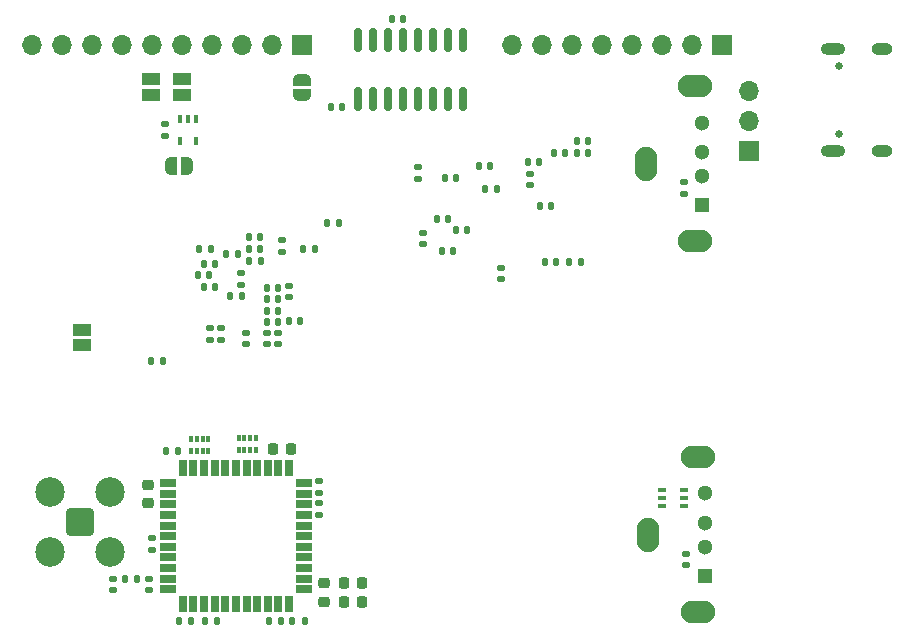
<source format=gbr>
%TF.GenerationSoftware,KiCad,Pcbnew,8.0.6*%
%TF.CreationDate,2024-12-25T08:51:45-08:00*%
%TF.ProjectId,hardware,68617264-7761-4726-952e-6b696361645f,rev?*%
%TF.SameCoordinates,Original*%
%TF.FileFunction,Soldermask,Bot*%
%TF.FilePolarity,Negative*%
%FSLAX46Y46*%
G04 Gerber Fmt 4.6, Leading zero omitted, Abs format (unit mm)*
G04 Created by KiCad (PCBNEW 8.0.6) date 2024-12-25 08:51:45*
%MOMM*%
%LPD*%
G01*
G04 APERTURE LIST*
G04 Aperture macros list*
%AMRoundRect*
0 Rectangle with rounded corners*
0 $1 Rounding radius*
0 $2 $3 $4 $5 $6 $7 $8 $9 X,Y pos of 4 corners*
0 Add a 4 corners polygon primitive as box body*
4,1,4,$2,$3,$4,$5,$6,$7,$8,$9,$2,$3,0*
0 Add four circle primitives for the rounded corners*
1,1,$1+$1,$2,$3*
1,1,$1+$1,$4,$5*
1,1,$1+$1,$6,$7*
1,1,$1+$1,$8,$9*
0 Add four rect primitives between the rounded corners*
20,1,$1+$1,$2,$3,$4,$5,0*
20,1,$1+$1,$4,$5,$6,$7,0*
20,1,$1+$1,$6,$7,$8,$9,0*
20,1,$1+$1,$8,$9,$2,$3,0*%
%AMFreePoly0*
4,1,19,0.500000,-0.750000,0.000000,-0.750000,0.000000,-0.744911,-0.071157,-0.744911,-0.207708,-0.704816,-0.327430,-0.627875,-0.420627,-0.520320,-0.479746,-0.390866,-0.500000,-0.250000,-0.500000,0.250000,-0.479746,0.390866,-0.420627,0.520320,-0.327430,0.627875,-0.207708,0.704816,-0.071157,0.744911,0.000000,0.744911,0.000000,0.750000,0.500000,0.750000,0.500000,-0.750000,0.500000,-0.750000,
$1*%
%AMFreePoly1*
4,1,19,0.000000,0.744911,0.071157,0.744911,0.207708,0.704816,0.327430,0.627875,0.420627,0.520320,0.479746,0.390866,0.500000,0.250000,0.500000,-0.250000,0.479746,-0.390866,0.420627,-0.520320,0.327430,-0.627875,0.207708,-0.704816,0.071157,-0.744911,0.000000,-0.744911,0.000000,-0.750000,-0.500000,-0.750000,-0.500000,0.750000,0.000000,0.750000,0.000000,0.744911,0.000000,0.744911,
$1*%
G04 Aperture macros list end*
%ADD10R,1.300000X1.300000*%
%ADD11C,1.300000*%
%ADD12O,2.900000X1.900000*%
%ADD13O,1.900000X2.900000*%
%ADD14C,0.650000*%
%ADD15O,2.100000X1.000000*%
%ADD16O,1.800000X1.000000*%
%ADD17R,1.700000X1.700000*%
%ADD18O,1.700000X1.700000*%
%ADD19RoundRect,0.140000X-0.170000X0.140000X-0.170000X-0.140000X0.170000X-0.140000X0.170000X0.140000X0*%
%ADD20RoundRect,0.140000X0.140000X0.170000X-0.140000X0.170000X-0.140000X-0.170000X0.140000X-0.170000X0*%
%ADD21RoundRect,0.140000X0.170000X-0.140000X0.170000X0.140000X-0.170000X0.140000X-0.170000X-0.140000X0*%
%ADD22RoundRect,0.140000X-0.140000X-0.170000X0.140000X-0.170000X0.140000X0.170000X-0.140000X0.170000X0*%
%ADD23RoundRect,0.135000X0.135000X0.185000X-0.135000X0.185000X-0.135000X-0.185000X0.135000X-0.185000X0*%
%ADD24RoundRect,0.135000X-0.135000X-0.185000X0.135000X-0.185000X0.135000X0.185000X-0.135000X0.185000X0*%
%ADD25RoundRect,0.225000X-0.225000X-0.250000X0.225000X-0.250000X0.225000X0.250000X-0.225000X0.250000X0*%
%ADD26FreePoly0,270.000000*%
%ADD27FreePoly1,270.000000*%
%ADD28FreePoly0,0.000000*%
%ADD29FreePoly1,0.000000*%
%ADD30RoundRect,0.218750X0.256250X-0.218750X0.256250X0.218750X-0.256250X0.218750X-0.256250X-0.218750X0*%
%ADD31RoundRect,0.050000X-0.650000X-0.250000X0.650000X-0.250000X0.650000X0.250000X-0.650000X0.250000X0*%
%ADD32RoundRect,0.050000X-0.250000X0.650000X-0.250000X-0.650000X0.250000X-0.650000X0.250000X0.650000X0*%
%ADD33RoundRect,0.050000X0.650000X0.250000X-0.650000X0.250000X-0.650000X-0.250000X0.650000X-0.250000X0*%
%ADD34RoundRect,0.050000X0.250000X-0.650000X0.250000X0.650000X-0.250000X0.650000X-0.250000X-0.650000X0*%
%ADD35R,0.400000X0.500000*%
%ADD36R,0.300000X0.500000*%
%ADD37RoundRect,0.135000X-0.185000X0.135000X-0.185000X-0.135000X0.185000X-0.135000X0.185000X0.135000X0*%
%ADD38RoundRect,0.225000X0.225000X0.250000X-0.225000X0.250000X-0.225000X-0.250000X0.225000X-0.250000X0*%
%ADD39RoundRect,0.100000X0.225000X0.100000X-0.225000X0.100000X-0.225000X-0.100000X0.225000X-0.100000X0*%
%ADD40RoundRect,0.100000X-0.100000X0.225000X-0.100000X-0.225000X0.100000X-0.225000X0.100000X0.225000X0*%
%ADD41RoundRect,0.150000X-0.150000X0.825000X-0.150000X-0.825000X0.150000X-0.825000X0.150000X0.825000X0*%
%ADD42R,1.500000X1.000000*%
%ADD43RoundRect,0.225000X0.250000X-0.225000X0.250000X0.225000X-0.250000X0.225000X-0.250000X-0.225000X0*%
%ADD44RoundRect,0.135000X0.185000X-0.135000X0.185000X0.135000X-0.185000X0.135000X-0.185000X-0.135000X0*%
%ADD45RoundRect,0.200100X-0.949900X0.949900X-0.949900X-0.949900X0.949900X-0.949900X0.949900X0.949900X0*%
%ADD46C,2.500000*%
G04 APERTURE END LIST*
D10*
%TO.C,J2*%
X152385000Y-132200000D03*
D11*
X152385000Y-129700000D03*
X152385000Y-127700000D03*
X152385000Y-125200000D03*
D12*
X151785000Y-135270000D03*
D13*
X147605000Y-128700000D03*
D12*
X151785000Y-122130000D03*
%TD*%
D10*
%TO.C,J3*%
X152200000Y-100800000D03*
D11*
X152200000Y-98300000D03*
X152200000Y-96300000D03*
X152200000Y-93800000D03*
D12*
X151600000Y-103870000D03*
D13*
X147420000Y-97300000D03*
D12*
X151600000Y-90730000D03*
%TD*%
D14*
%TO.C,J5*%
X163720000Y-94810000D03*
X163720000Y-89030000D03*
D15*
X163220000Y-96240000D03*
D16*
X167400000Y-96240000D03*
D15*
X163220000Y-87600000D03*
D16*
X167400000Y-87600000D03*
%TD*%
D17*
%TO.C,J10*%
X156100000Y-96200000D03*
D18*
X156100000Y-93660000D03*
X156100000Y-91120000D03*
%TD*%
D19*
%TO.C,C2*%
X137579100Y-98135500D03*
X137579100Y-99095500D03*
%TD*%
%TO.C,C31*%
X113157000Y-106568300D03*
X113157000Y-107528300D03*
%TD*%
D20*
%TO.C,C38*%
X116253200Y-110693200D03*
X115293200Y-110693200D03*
%TD*%
%TO.C,C42*%
X116265900Y-108775500D03*
X115305900Y-108775500D03*
%TD*%
D21*
%TO.C,C43*%
X115303300Y-112575280D03*
X115303300Y-111615280D03*
%TD*%
D20*
%TO.C,C48*%
X118117560Y-110637320D03*
X117157560Y-110637320D03*
%TD*%
D22*
%TO.C,C53*%
X112219800Y-108483400D03*
X113179800Y-108483400D03*
%TD*%
D20*
%TO.C,C54*%
X116253200Y-109753400D03*
X115293200Y-109753400D03*
%TD*%
%TO.C,C55*%
X114767300Y-103517700D03*
X113807300Y-103517700D03*
%TD*%
D22*
%TO.C,C59*%
X111902300Y-104927400D03*
X112862300Y-104927400D03*
%TD*%
D21*
%TO.C,C64*%
X116560600Y-104747000D03*
X116560600Y-103787000D03*
%TD*%
D20*
%TO.C,C66*%
X110970000Y-107721400D03*
X110010000Y-107721400D03*
%TD*%
%TO.C,C67*%
X116265900Y-107784900D03*
X115305900Y-107784900D03*
%TD*%
D21*
%TO.C,C68*%
X111467900Y-112176500D03*
X111467900Y-111216500D03*
%TD*%
D20*
%TO.C,C69*%
X110970000Y-105740200D03*
X110010000Y-105740200D03*
%TD*%
D21*
%TO.C,C70*%
X110490000Y-112176500D03*
X110490000Y-111216500D03*
%TD*%
D22*
%TO.C,C75*%
X141544100Y-96405700D03*
X142504100Y-96405700D03*
%TD*%
%TO.C,C76*%
X139613700Y-96405700D03*
X140573700Y-96405700D03*
%TD*%
%TO.C,C77*%
X137391200Y-97180400D03*
X138351200Y-97180400D03*
%TD*%
%TO.C,C78*%
X141544100Y-95351600D03*
X142504100Y-95351600D03*
%TD*%
D20*
%TO.C,C79*%
X134782500Y-99402900D03*
X133822500Y-99402900D03*
%TD*%
%TO.C,C80*%
X134211000Y-97447100D03*
X133251000Y-97447100D03*
%TD*%
D22*
%TO.C,C82*%
X138458000Y-100888800D03*
X139418000Y-100888800D03*
%TD*%
D20*
%TO.C,C85*%
X132306000Y-102882700D03*
X131346000Y-102882700D03*
%TD*%
%TO.C,C86*%
X131122360Y-104653080D03*
X130162360Y-104653080D03*
%TD*%
D21*
%TO.C,C87*%
X128562100Y-104073900D03*
X128562100Y-103113900D03*
%TD*%
D22*
%TO.C,C89*%
X140931960Y-105628440D03*
X141891960Y-105628440D03*
%TD*%
%TO.C,C90*%
X129695000Y-101942900D03*
X130655000Y-101942900D03*
%TD*%
%TO.C,C91*%
X138839000Y-105613200D03*
X139799000Y-105613200D03*
%TD*%
D21*
%TO.C,C92*%
X128130300Y-98559500D03*
X128130300Y-97599500D03*
%TD*%
D20*
%TO.C,C99*%
X110462000Y-106730800D03*
X109502000Y-106730800D03*
%TD*%
D23*
%TO.C,R30*%
X110593600Y-104470200D03*
X109573600Y-104470200D03*
%TD*%
D20*
%TO.C,C74*%
X131340800Y-98501200D03*
X130380800Y-98501200D03*
%TD*%
D21*
%TO.C,C40*%
X116248180Y-112575280D03*
X116248180Y-111615280D03*
%TD*%
%TO.C,C56*%
X113576100Y-112567600D03*
X113576100Y-111607600D03*
%TD*%
D20*
%TO.C,C73*%
X119380000Y-104500000D03*
X118420000Y-104500000D03*
%TD*%
%TO.C,C65*%
X114767300Y-104533700D03*
X113807300Y-104533700D03*
%TD*%
D23*
%TO.C,R26*%
X114810000Y-105524300D03*
X113790000Y-105524300D03*
%TD*%
D19*
%TO.C,C32*%
X135128000Y-106111100D03*
X135128000Y-107071100D03*
%TD*%
%TO.C,C37*%
X117200000Y-107620000D03*
X117200000Y-108580000D03*
%TD*%
D24*
%TO.C,R6*%
X120429560Y-102280720D03*
X121449560Y-102280720D03*
%TD*%
D25*
%TO.C,C46*%
X121825000Y-134400000D03*
X123375000Y-134400000D03*
%TD*%
D26*
%TO.C,JP2*%
X118300000Y-90200000D03*
D27*
X118300000Y-91500000D03*
%TD*%
D22*
%TO.C,C49*%
X125920000Y-85000000D03*
X126880000Y-85000000D03*
%TD*%
D28*
%TO.C,JP5*%
X107220000Y-97490000D03*
D29*
X108520000Y-97490000D03*
%TD*%
D30*
%TO.C,L5*%
X120200000Y-134387500D03*
X120200000Y-132812500D03*
%TD*%
D31*
%TO.C,U8*%
X106925000Y-133325000D03*
X106925000Y-132425000D03*
X106925000Y-131525000D03*
X106925000Y-130625000D03*
X106925000Y-129725000D03*
X106925000Y-128825000D03*
X106925000Y-127925000D03*
X106925000Y-127025000D03*
X106925000Y-126125000D03*
X106925000Y-125225000D03*
X106925000Y-124325000D03*
D32*
X108200000Y-123050000D03*
X109100000Y-123050000D03*
X110000000Y-123050000D03*
X110900000Y-123050000D03*
X111800000Y-123050000D03*
X112700000Y-123050000D03*
X113600000Y-123050000D03*
X114500000Y-123050000D03*
X115400000Y-123050000D03*
X116300000Y-123050000D03*
X117200000Y-123050000D03*
D33*
X118475000Y-124325000D03*
X118475000Y-125225000D03*
X118475000Y-126125000D03*
X118475000Y-127025000D03*
X118475000Y-127925000D03*
X118475000Y-128825000D03*
X118475000Y-129725000D03*
X118475000Y-130625000D03*
X118475000Y-131525000D03*
X118475000Y-132425000D03*
X118475000Y-133325000D03*
D34*
X117200000Y-134600000D03*
X116300000Y-134600000D03*
X115400000Y-134600000D03*
X114500000Y-134600000D03*
X113600000Y-134600000D03*
X112700000Y-134600000D03*
X111800000Y-134600000D03*
X110900000Y-134600000D03*
X110000000Y-134600000D03*
X109100000Y-134600000D03*
X108200000Y-134600000D03*
%TD*%
D17*
%TO.C,J6*%
X118280000Y-87200000D03*
D18*
X115740000Y-87200000D03*
X113200000Y-87200000D03*
X110660000Y-87200000D03*
X108120000Y-87200000D03*
X105580000Y-87200000D03*
X103040000Y-87200000D03*
X100500000Y-87200000D03*
X97960000Y-87200000D03*
X95420000Y-87200000D03*
%TD*%
D17*
%TO.C,J4*%
X153860000Y-87200000D03*
D18*
X151320000Y-87200000D03*
X148780000Y-87200000D03*
X146240000Y-87200000D03*
X143700000Y-87200000D03*
X141160000Y-87200000D03*
X138620000Y-87200000D03*
X136080000Y-87200000D03*
%TD*%
D19*
%TO.C,C60*%
X106662500Y-93940000D03*
X106662500Y-94900000D03*
%TD*%
D20*
%TO.C,C44*%
X116480000Y-136000000D03*
X115520000Y-136000000D03*
%TD*%
D23*
%TO.C,R33*%
X111110000Y-136000000D03*
X110090000Y-136000000D03*
%TD*%
D35*
%TO.C,RN1*%
X114425000Y-121525000D03*
D36*
X113925000Y-121525000D03*
X113425000Y-121525000D03*
D35*
X112925000Y-121525000D03*
X112925000Y-120525000D03*
D36*
X113425000Y-120525000D03*
X113925000Y-120525000D03*
D35*
X114425000Y-120525000D03*
%TD*%
D37*
%TO.C,R38*%
X119765000Y-124115000D03*
X119765000Y-125135000D03*
%TD*%
D38*
%TO.C,C45*%
X117372756Y-121425000D03*
X115822756Y-121425000D03*
%TD*%
D39*
%TO.C,U14*%
X150650000Y-124950000D03*
X150650000Y-125600000D03*
X150650000Y-126250000D03*
X148750000Y-126250000D03*
X148750000Y-125600000D03*
X148750000Y-124950000D03*
%TD*%
D21*
%TO.C,C61*%
X150650000Y-99820000D03*
X150650000Y-98860000D03*
%TD*%
D24*
%TO.C,R37*%
X117490000Y-136000000D03*
X118510000Y-136000000D03*
%TD*%
D40*
%TO.C,U13*%
X108007500Y-93460000D03*
X108657500Y-93460000D03*
X109307500Y-93460000D03*
X109307500Y-95360000D03*
X108007500Y-95360000D03*
%TD*%
D41*
%TO.C,U10*%
X123055000Y-86825000D03*
X124325000Y-86825000D03*
X125595000Y-86825000D03*
X126865000Y-86825000D03*
X128135000Y-86825000D03*
X129405000Y-86825000D03*
X130675000Y-86825000D03*
X131945000Y-86825000D03*
X131945000Y-91775000D03*
X130675000Y-91775000D03*
X129405000Y-91775000D03*
X128135000Y-91775000D03*
X126865000Y-91775000D03*
X125595000Y-91775000D03*
X124325000Y-91775000D03*
X123055000Y-91775000D03*
%TD*%
D37*
%TO.C,R39*%
X119757244Y-126022244D03*
X119757244Y-127042244D03*
%TD*%
D42*
%TO.C,JP3*%
X108100000Y-91450000D03*
X108100000Y-90150000D03*
%TD*%
D21*
%TO.C,C62*%
X150780000Y-131260000D03*
X150780000Y-130300000D03*
%TD*%
D42*
%TO.C,JP1*%
X99700000Y-112650000D03*
X99700000Y-111350000D03*
%TD*%
D19*
%TO.C,C39*%
X105300000Y-132440000D03*
X105300000Y-133400000D03*
%TD*%
D25*
%TO.C,C47*%
X121825000Y-132800000D03*
X123375000Y-132800000D03*
%TD*%
D43*
%TO.C,C41*%
X105275000Y-126050000D03*
X105275000Y-124500000D03*
%TD*%
D42*
%TO.C,JP4*%
X105500000Y-91450000D03*
X105500000Y-90150000D03*
%TD*%
D24*
%TO.C,R35*%
X103290000Y-132480000D03*
X104310000Y-132480000D03*
%TD*%
D22*
%TO.C,C50*%
X120720000Y-92500000D03*
X121680000Y-92500000D03*
%TD*%
D19*
%TO.C,C36*%
X102300000Y-132420000D03*
X102300000Y-133380000D03*
%TD*%
D24*
%TO.C,R40*%
X106790000Y-121600000D03*
X107810000Y-121600000D03*
%TD*%
%TO.C,R36*%
X107890000Y-136000000D03*
X108910000Y-136000000D03*
%TD*%
D23*
%TO.C,R23*%
X106510000Y-114000000D03*
X105490000Y-114000000D03*
%TD*%
D35*
%TO.C,RN2*%
X110375000Y-121625000D03*
D36*
X109875000Y-121625000D03*
X109375000Y-121625000D03*
D35*
X108875000Y-121625000D03*
X108875000Y-120625000D03*
D36*
X109375000Y-120625000D03*
X109875000Y-120625000D03*
D35*
X110375000Y-120625000D03*
%TD*%
D44*
%TO.C,R34*%
X105565000Y-130025000D03*
X105565000Y-129005000D03*
%TD*%
D45*
%TO.C,J7*%
X99500000Y-127600000D03*
D46*
X102040000Y-125060000D03*
X96960000Y-125060000D03*
X102040000Y-130140000D03*
X96960000Y-130140000D03*
%TD*%
M02*

</source>
